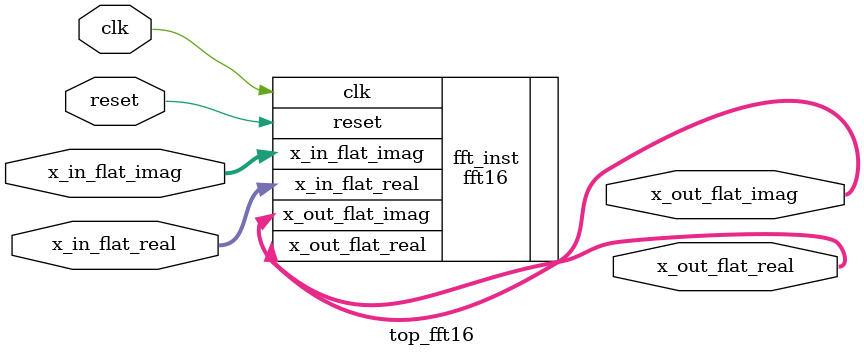
<source format=v>
`timescale 1ns / 1ps


module top_fft16
#(parameter DATA_WIDTH = 20) // Adjusted DATA_WIDTH to accommodate input range
(
    input clk,
    input reset,
    input [DATA_WIDTH*16-1:0] x_in_flat_real,
    input [DATA_WIDTH*16-1:0] x_in_flat_imag,
    output [DATA_WIDTH*16-1:0] x_out_flat_real,
    output [DATA_WIDTH*16-1:0] x_out_flat_imag
);
    // Instantiate the fft16 module
    fft16 #(DATA_WIDTH) fft_inst (
        .clk(clk),
        .reset(reset),
        .x_in_flat_real(x_in_flat_real),
        .x_in_flat_imag(x_in_flat_imag),
        .x_out_flat_real(x_out_flat_real),
        .x_out_flat_imag(x_out_flat_imag)
    );
endmodule


</source>
